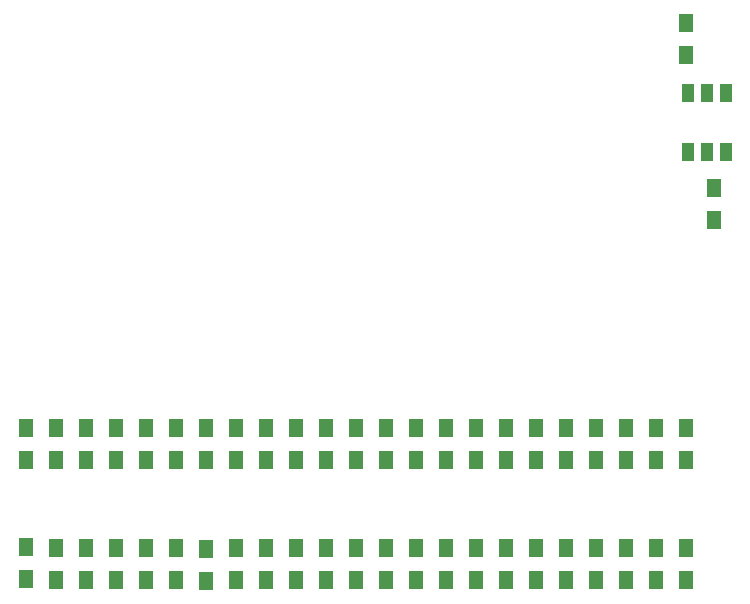
<source format=gtp>
G04 #@! TF.GenerationSoftware,KiCad,Pcbnew,5.0.0-rc2*
G04 #@! TF.CreationDate,2018-12-17T23:44:03-05:00*
G04 #@! TF.ProjectId,ZMHW_Map,5A4D48575F4D61702E6B696361645F70,rev?*
G04 #@! TF.SameCoordinates,Original*
G04 #@! TF.FileFunction,Paste,Top*
G04 #@! TF.FilePolarity,Positive*
%FSLAX46Y46*%
G04 Gerber Fmt 4.6, Leading zero omitted, Abs format (unit mm)*
G04 Created by KiCad (PCBNEW 5.0.0-rc2) date Mon Dec 17 23:44:03 2018*
%MOMM*%
%LPD*%
G01*
G04 APERTURE LIST*
%ADD10R,1.300000X1.500000*%
%ADD11R,1.000000X1.600000*%
G04 APERTURE END LIST*
D10*
G04 #@! TO.C,R1*
X167640000Y-93900000D03*
X167640000Y-96600000D03*
G04 #@! TD*
G04 #@! TO.C,R2*
X170180000Y-96600000D03*
X170180000Y-93900000D03*
G04 #@! TD*
G04 #@! TO.C,R3*
X172720000Y-93900000D03*
X172720000Y-96600000D03*
G04 #@! TD*
G04 #@! TO.C,R4*
X175260000Y-96600000D03*
X175260000Y-93900000D03*
G04 #@! TD*
G04 #@! TO.C,R5*
X177800000Y-93900000D03*
X177800000Y-96600000D03*
G04 #@! TD*
G04 #@! TO.C,R6*
X180340000Y-96680000D03*
X180340000Y-93980000D03*
G04 #@! TD*
G04 #@! TO.C,R7*
X182880000Y-93900000D03*
X182880000Y-96600000D03*
G04 #@! TD*
G04 #@! TO.C,R8*
X185420000Y-96600000D03*
X185420000Y-93900000D03*
G04 #@! TD*
G04 #@! TO.C,R9*
X187960000Y-93900000D03*
X187960000Y-96600000D03*
G04 #@! TD*
G04 #@! TO.C,R10*
X190500000Y-93900000D03*
X190500000Y-96600000D03*
G04 #@! TD*
G04 #@! TO.C,R11*
X193040000Y-93900000D03*
X193040000Y-96600000D03*
G04 #@! TD*
G04 #@! TO.C,R12*
X195580000Y-96600000D03*
X195580000Y-93900000D03*
G04 #@! TD*
G04 #@! TO.C,R13*
X198120000Y-93900000D03*
X198120000Y-96600000D03*
G04 #@! TD*
G04 #@! TO.C,R14*
X200660000Y-96600000D03*
X200660000Y-93900000D03*
G04 #@! TD*
G04 #@! TO.C,R15*
X203200000Y-93900000D03*
X203200000Y-96600000D03*
G04 #@! TD*
G04 #@! TO.C,R16*
X205740000Y-96600000D03*
X205740000Y-93900000D03*
G04 #@! TD*
G04 #@! TO.C,R17*
X208280000Y-93900000D03*
X208280000Y-96600000D03*
G04 #@! TD*
G04 #@! TO.C,R18*
X210820000Y-96600000D03*
X210820000Y-93900000D03*
G04 #@! TD*
G04 #@! TO.C,R19*
X213360000Y-93900000D03*
X213360000Y-96600000D03*
G04 #@! TD*
G04 #@! TO.C,R20*
X215900000Y-96600000D03*
X215900000Y-93900000D03*
G04 #@! TD*
G04 #@! TO.C,R21*
X218440000Y-96600000D03*
X218440000Y-93900000D03*
G04 #@! TD*
G04 #@! TO.C,R22*
X220980000Y-93900000D03*
X220980000Y-96600000D03*
G04 #@! TD*
G04 #@! TO.C,R23*
X165100000Y-83740000D03*
X165100000Y-86440000D03*
G04 #@! TD*
G04 #@! TO.C,R24*
X167640000Y-86440000D03*
X167640000Y-83740000D03*
G04 #@! TD*
G04 #@! TO.C,R25*
X170180000Y-83740000D03*
X170180000Y-86440000D03*
G04 #@! TD*
G04 #@! TO.C,R26*
X172720000Y-83740000D03*
X172720000Y-86440000D03*
G04 #@! TD*
G04 #@! TO.C,R27*
X175260000Y-86440000D03*
X175260000Y-83740000D03*
G04 #@! TD*
G04 #@! TO.C,R28*
X165100000Y-96520000D03*
X165100000Y-93820000D03*
G04 #@! TD*
G04 #@! TO.C,R29*
X177800000Y-86440000D03*
X177800000Y-83740000D03*
G04 #@! TD*
G04 #@! TO.C,R30*
X180340000Y-83740000D03*
X180340000Y-86440000D03*
G04 #@! TD*
G04 #@! TO.C,R31*
X182880000Y-86440000D03*
X182880000Y-83740000D03*
G04 #@! TD*
G04 #@! TO.C,R32*
X185420000Y-83740000D03*
X185420000Y-86440000D03*
G04 #@! TD*
G04 #@! TO.C,R33*
X187960000Y-86440000D03*
X187960000Y-83740000D03*
G04 #@! TD*
G04 #@! TO.C,R34*
X190500000Y-83740000D03*
X190500000Y-86440000D03*
G04 #@! TD*
G04 #@! TO.C,R35*
X193040000Y-86440000D03*
X193040000Y-83740000D03*
G04 #@! TD*
G04 #@! TO.C,R36*
X195580000Y-83740000D03*
X195580000Y-86440000D03*
G04 #@! TD*
G04 #@! TO.C,R37*
X198120000Y-86440000D03*
X198120000Y-83740000D03*
G04 #@! TD*
G04 #@! TO.C,R38*
X200660000Y-86440000D03*
X200660000Y-83740000D03*
G04 #@! TD*
G04 #@! TO.C,R39*
X203200000Y-83740000D03*
X203200000Y-86440000D03*
G04 #@! TD*
G04 #@! TO.C,R40*
X205740000Y-86440000D03*
X205740000Y-83740000D03*
G04 #@! TD*
G04 #@! TO.C,R41*
X208280000Y-83740000D03*
X208280000Y-86440000D03*
G04 #@! TD*
G04 #@! TO.C,R42*
X210820000Y-86440000D03*
X210820000Y-83740000D03*
G04 #@! TD*
G04 #@! TO.C,R43*
X213360000Y-83740000D03*
X213360000Y-86440000D03*
G04 #@! TD*
G04 #@! TO.C,R44*
X215900000Y-86440000D03*
X215900000Y-83740000D03*
G04 #@! TD*
G04 #@! TO.C,R45*
X218440000Y-83740000D03*
X218440000Y-86440000D03*
G04 #@! TD*
G04 #@! TO.C,R46*
X220980000Y-83740000D03*
X220980000Y-86440000D03*
G04 #@! TD*
G04 #@! TO.C,C1*
X223419605Y-63402907D03*
X223419605Y-66102907D03*
G04 #@! TD*
D11*
G04 #@! TO.C,LED1*
X221218000Y-60399000D03*
X222818000Y-60399000D03*
X224418000Y-60399000D03*
X221218000Y-55399000D03*
X222818000Y-55399000D03*
X224418000Y-55399000D03*
G04 #@! TD*
D10*
G04 #@! TO.C,R47*
X220980000Y-52150000D03*
X220980000Y-49450000D03*
G04 #@! TD*
M02*

</source>
